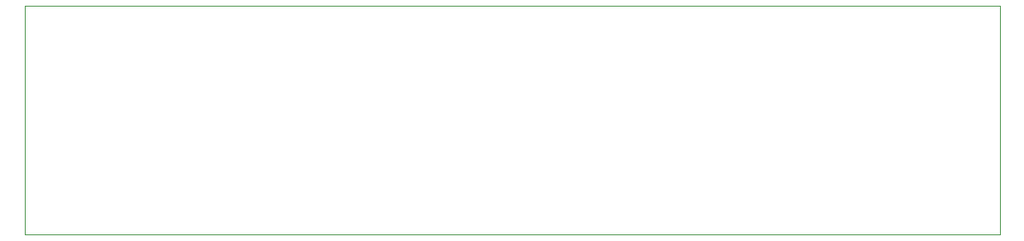
<source format=gm1>
G04*
G04 #@! TF.GenerationSoftware,Altium Limited,Altium Designer,23.0.1 (38)*
G04*
G04 Layer_Color=16711935*
%FSAX25Y25*%
%MOIN*%
G70*
G04*
G04 #@! TF.SameCoordinates,B9DD0259-405E-4331-997F-192D94839516*
G04*
G04*
G04 #@! TF.FilePolarity,Positive*
G04*
G01*
G75*
%ADD13C,0.00394*%
D13*
X0000000Y0092520D02*
X0392520Y0092520D01*
X-0000000Y0000000D02*
X0000000Y0092520D01*
X0392520Y0092520D02*
X0392520Y0000000D01*
X-0000000Y0000000D02*
X0392520Y0000000D01*
M02*

</source>
